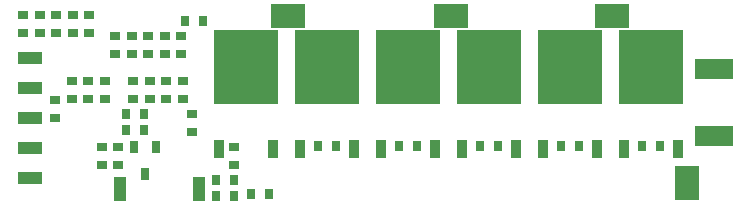
<source format=gtp>
%FSLAX25Y25*%
%MOIN*%
G70*
G01*
G75*
G04 Layer_Color=8421504*
%ADD10R,0.02800X0.03200*%
%ADD11R,0.03200X0.02800*%
%ADD12R,0.03201X0.02799*%
%ADD13R,0.07874X0.03937*%
%ADD14R,0.03937X0.07874*%
%ADD15R,0.02559X0.04134*%
%ADD16R,0.07874X0.11811*%
%ADD17R,0.11811X0.07874*%
%ADD18R,0.03740X0.06299*%
%ADD19R,0.21654X0.24803*%
%ADD20R,0.12500X0.07000*%
%ADD21C,0.00800*%
%ADD22C,0.01000*%
%ADD23C,0.03000*%
%ADD24C,0.01200*%
%ADD25R,0.06299X0.06299*%
%ADD26C,0.06299*%
%ADD27C,0.02362*%
%ADD28R,0.07480X0.09449*%
%ADD29R,0.08465X0.12795*%
%ADD30R,0.08465X0.03740*%
%ADD31R,0.08000X0.05000*%
%ADD32O,0.02362X0.07087*%
%ADD33R,0.03937X0.01969*%
%ADD34O,0.01181X0.07087*%
%ADD35O,0.07087X0.01181*%
%ADD36C,0.02000*%
%ADD37C,0.05000*%
%ADD38C,0.00984*%
%ADD39C,0.00500*%
%ADD40C,0.00799*%
%ADD41C,0.00787*%
%ADD42C,0.00600*%
%ADD43C,0.02362*%
D10*
X64399Y62500D02*
D03*
X58399D02*
D03*
X38500Y26000D02*
D03*
X44500D02*
D03*
Y31500D02*
D03*
X38500D02*
D03*
X108681Y20866D02*
D03*
X102681D02*
D03*
X162681D02*
D03*
X156681D02*
D03*
X129681D02*
D03*
X135681D02*
D03*
X216681D02*
D03*
X210681D02*
D03*
X183681D02*
D03*
X189681D02*
D03*
X68500Y9500D02*
D03*
X74500D02*
D03*
X86181Y4866D02*
D03*
X80181D02*
D03*
X74500Y4000D02*
D03*
X68500D02*
D03*
D11*
X30500Y20500D02*
D03*
Y14500D02*
D03*
X36000Y20500D02*
D03*
Y14500D02*
D03*
X74681Y20366D02*
D03*
Y14366D02*
D03*
X15000Y36000D02*
D03*
Y30000D02*
D03*
X20500Y36500D02*
D03*
Y42500D02*
D03*
X31500Y36500D02*
D03*
Y42500D02*
D03*
X26000D02*
D03*
Y36500D02*
D03*
X60500Y25579D02*
D03*
Y31579D02*
D03*
X57000Y57500D02*
D03*
Y51500D02*
D03*
X46000D02*
D03*
Y57500D02*
D03*
X35000D02*
D03*
Y51500D02*
D03*
X41000Y36500D02*
D03*
Y42500D02*
D03*
X46500D02*
D03*
Y36500D02*
D03*
X57500Y42500D02*
D03*
Y36500D02*
D03*
X51500Y57500D02*
D03*
Y51500D02*
D03*
X40500D02*
D03*
Y57500D02*
D03*
X52000Y42500D02*
D03*
Y36500D02*
D03*
D12*
X4300Y58500D02*
D03*
Y64500D02*
D03*
X9800D02*
D03*
Y58500D02*
D03*
X15300D02*
D03*
Y64500D02*
D03*
X20800D02*
D03*
Y58500D02*
D03*
X26300D02*
D03*
Y64500D02*
D03*
D13*
X6500Y20000D02*
D03*
Y30000D02*
D03*
Y40000D02*
D03*
Y50000D02*
D03*
Y10000D02*
D03*
D14*
X63000Y6500D02*
D03*
X36500D02*
D03*
D15*
X48740Y20528D02*
D03*
X41260D02*
D03*
X45000Y11472D02*
D03*
D16*
X225500Y8500D02*
D03*
D17*
X92500Y64000D02*
D03*
X147000D02*
D03*
X200500D02*
D03*
D18*
X114677Y19661D02*
D03*
X96685Y19661D02*
D03*
X87677Y19661D02*
D03*
X69685Y19661D02*
D03*
X168677Y19661D02*
D03*
X150685Y19661D02*
D03*
X141677Y19661D02*
D03*
X123685Y19661D02*
D03*
X222677Y19661D02*
D03*
X204685Y19661D02*
D03*
X195677Y19661D02*
D03*
X177685Y19661D02*
D03*
D19*
X105681Y47221D02*
D03*
X78681D02*
D03*
X159681D02*
D03*
X132681D02*
D03*
X213681D02*
D03*
X186681D02*
D03*
D20*
X234500Y46500D02*
D03*
Y24000D02*
D03*
M02*

</source>
